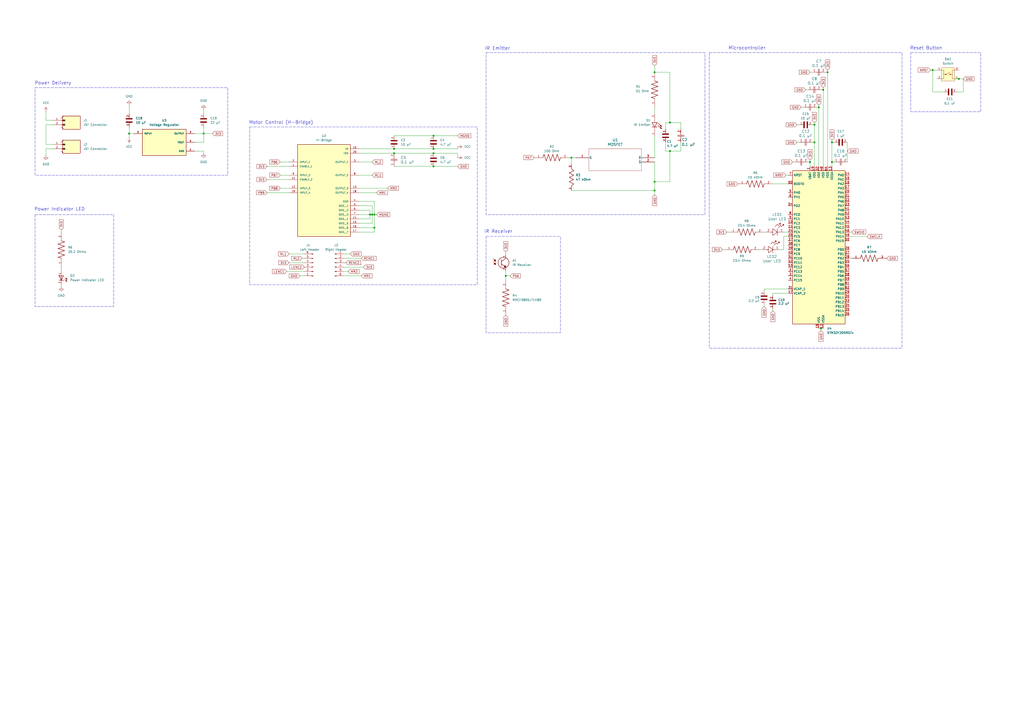
<source format=kicad_sch>
(kicad_sch (version 20250114) (generator "eeschema") (generator_version "9.0")
  (paper "A2")
  (rectangle (start 281.94 30.48) (end 408.94 124.46) (stroke (width 0) (type dash)))
  (rectangle (start 281.94 137.16) (end 325.12 193.04) (stroke (width 0) (type dash)))
  (rectangle (start 528.32 30.48) (end 568.96 64.77) (stroke (width 0) (type dash)))
  (rectangle (start 144.78 73.66) (end 276.86 165.1) (stroke (width 0) (type dash)))
  (rectangle (start 20.32 124.46) (end 66.04 177.8) (stroke (width 0) (type dash)))
  (rectangle (start 411.48 30.48) (end 523.24 201.93) (stroke (width 0) (type dash)))
  (rectangle (start 20.32 50.8) (end 132.08 101.6) (stroke (width 0) (type dash)))
  (text "Reset Button\n" (at 537.21 27.94 0) (effects (font (size 1.905 1.905))))
  (text "Microcontroller\n" (at 433.324 27.94 0) (effects (font (size 1.905 1.905))))
  (text "Motor Control (H-Bridge)" (at 163.068 71.12 0) (effects (font (size 1.905 1.905))))
  (text "IR Emitter" (at 288.544 28.194 0) (effects (font (size 1.905 1.905))))
  (text "Power Indicator LED" (at 34.544 121.412 0) (effects (font (size 1.905 1.905))))
  (text "IR Receiver\n" (at 289.052 134.366 0) (effects (font (size 1.905 1.905))))
  (text "Power Delivery" (at 30.734 48.26 0) (effects (font (size 1.905 1.905))))
  (junction (at 331.47 91.44))
  (junction (at 482.6 82.55))
  (junction (at 293.37 160.02))
  (junction (at 469.9 93.98))
  (junction (at 472.44 72.39))
  (junction (at 228.6 88.9))
  (junction (at 476.25 190.5))
  (junction (at 228.6 86.36))
  (junction (at 74.93 77.47))
  (junction (at 251.46 96.52))
  (junction (at 251.46 78.74))
  (junction (at 251.46 86.36))
  (junction (at 251.46 88.9))
  (junction (at 379.73 41.91))
  (junction (at 477.52 52.07))
  (junction (at 482.6 93.98))
  (junction (at 118.11 77.47))
  (junction (at 215.9 124.46))
  (junction (at 474.98 62.23))
  (junction (at 217.17 124.46))
  (junction (at 556.26 45.72))
  (junction (at 472.44 82.55))
  (junction (at 217.17 132.08))
  (junction (at 388.62 87.63))
  (junction (at 388.62 71.12))
  (junction (at 480.06 41.91))
  (junction (at 214.63 124.46))
  (junction (at 541.02 40.64))
  (junction (at 379.73 105.41))
  (junction (at 379.73 110.49))
  (wire (pts (xy 208.28 93.98) (xy 215.9 93.98)))
  (wire (pts (xy 471.17 72.39) (xy 472.44 72.39)))
  (wire (pts (xy 558.8 53.34) (xy 558.8 45.72)))
  (wire (pts (xy 208.28 132.08) (xy 217.17 132.08)))
  (wire (pts (xy 293.37 146.05) (xy 293.37 147.32)))
  (wire (pts (xy 379.73 113.03) (xy 379.73 110.49)))
  (wire (pts (xy 388.62 41.91) (xy 388.62 71.12)))
  (wire (pts (xy 217.17 132.08) (xy 217.17 134.62)))
  (wire (pts (xy 419.1 144.78) (xy 420.37 144.78)))
  (wire (pts (xy 208.28 88.9) (xy 228.6 88.9)))
  (wire (pts (xy 476.25 190.5) (xy 476.25 191.77)))
  (wire (pts (xy 491.49 82.55) (xy 491.49 93.98)))
  (wire (pts (xy 293.37 160.02) (xy 295.91 160.02)))
  (wire (pts (xy 492.76 134.62) (xy 494.03 134.62)))
  (wire (pts (xy 455.93 101.6) (xy 457.2 101.6)))
  (wire (pts (xy 472.44 71.12) (xy 472.44 72.39)))
  (wire (pts (xy 199.39 160.02) (xy 209.55 160.02)))
  (wire (pts (xy 208.28 86.36) (xy 228.6 86.36)))
  (wire (pts (xy 228.6 78.74) (xy 251.46 78.74)))
  (wire (pts (xy 474.98 60.96) (xy 474.98 62.23)))
  (wire (pts (xy 154.94 96.52) (xy 167.64 96.52)))
  (wire (pts (xy 379.73 38.1) (xy 379.73 41.91)))
  (wire (pts (xy 480.06 41.91) (xy 480.06 96.52)))
  (wire (pts (xy 388.62 71.12) (xy 394.97 71.12)))
  (wire (pts (xy 251.46 88.9) (xy 265.43 88.9)))
  (wire (pts (xy 331.47 110.49) (xy 379.73 110.49)))
  (wire (pts (xy 208.28 124.46) (xy 214.63 124.46)))
  (wire (pts (xy 26.67 86.36) (xy 26.67 90.17)))
  (wire (pts (xy 35.56 165.1) (xy 35.56 166.37)))
  (wire (pts (xy 199.39 149.86) (xy 209.55 149.86)))
  (wire (pts (xy 265.43 86.36) (xy 265.43 85.09)))
  (wire (pts (xy 217.17 116.84) (xy 217.17 124.46)))
  (wire (pts (xy 214.63 127) (xy 214.63 124.46)))
  (wire (pts (xy 492.76 149.86) (xy 494.03 149.86)))
  (wire (pts (xy 482.6 82.55) (xy 483.87 82.55)))
  (wire (pts (xy 440.69 144.78) (xy 441.96 144.78)))
  (wire (pts (xy 448.31 179.07) (xy 448.31 180.34)))
  (wire (pts (xy 471.17 82.55) (xy 472.44 82.55)))
  (wire (pts (xy 30.48 72.39) (xy 26.67 72.39)))
  (wire (pts (xy 30.48 86.36) (xy 26.67 86.36)))
  (wire (pts (xy 215.9 129.54) (xy 215.9 124.46)))
  (wire (pts (xy 386.08 87.63) (xy 388.62 87.63)))
  (wire (pts (xy 199.39 147.32) (xy 203.2 147.32)))
  (wire (pts (xy 469.9 93.98) (xy 469.9 96.52)))
  (wire (pts (xy 478.79 41.91) (xy 480.06 41.91)))
  (wire (pts (xy 556.26 45.72) (xy 558.8 45.72)))
  (wire (pts (xy 469.9 92.71) (xy 469.9 93.98)))
  (wire (pts (xy 215.9 119.38) (xy 215.9 124.46)))
  (wire (pts (xy 474.98 62.23) (xy 474.98 96.52)))
  (wire (pts (xy 452.12 144.78) (xy 454.66 144.78)))
  (wire (pts (xy 492.76 137.16) (xy 502.92 137.16)))
  (wire (pts (xy 462.28 82.55) (xy 463.55 82.55)))
  (wire (pts (xy 118.11 87.63) (xy 118.11 88.9)))
  (wire (pts (xy 480.06 40.64) (xy 480.06 41.91)))
  (wire (pts (xy 35.56 133.35) (xy 35.56 134.62)))
  (wire (pts (xy 541.02 53.34) (xy 547.37 53.34)))
  (wire (pts (xy 443.23 176.53) (xy 443.23 177.8)))
  (wire (pts (xy 26.67 83.82) (xy 30.48 83.82)))
  (wire (pts (xy 482.6 82.55) (xy 482.6 93.98)))
  (wire (pts (xy 214.63 124.46) (xy 215.9 124.46)))
  (wire (pts (xy 215.9 124.46) (xy 217.17 124.46)))
  (wire (pts (xy 228.6 86.36) (xy 251.46 86.36)))
  (wire (pts (xy 443.23 167.64) (xy 443.23 168.91)))
  (wire (pts (xy 118.11 82.55) (xy 113.03 82.55)))
  (wire (pts (xy 553.72 45.72) (xy 556.26 45.72)))
  (wire (pts (xy 173.99 160.02) (xy 176.53 160.02)))
  (wire (pts (xy 473.71 62.23) (xy 474.98 62.23)))
  (wire (pts (xy 208.28 109.22) (xy 224.79 109.22)))
  (wire (pts (xy 469.9 41.91) (xy 471.17 41.91)))
  (wire (pts (xy 454.66 137.16) (xy 457.2 137.16)))
  (wire (pts (xy 421.64 134.62) (xy 422.91 134.62)))
  (wire (pts (xy 154.94 111.76) (xy 167.64 111.76)))
  (wire (pts (xy 472.44 82.55) (xy 472.44 96.52)))
  (wire (pts (xy 162.56 101.6) (xy 167.64 101.6)))
  (wire (pts (xy 118.11 77.47) (xy 118.11 82.55)))
  (wire (pts (xy 457.2 167.64) (xy 443.23 167.64)))
  (wire (pts (xy 26.67 72.39) (xy 26.67 83.82)))
  (wire (pts (xy 26.67 69.85) (xy 30.48 69.85)))
  (wire (pts (xy 464.82 62.23) (xy 466.09 62.23)))
  (wire (pts (xy 379.73 93.98) (xy 379.73 105.41)))
  (wire (pts (xy 113.03 87.63) (xy 118.11 87.63)))
  (wire (pts (xy 379.73 62.23) (xy 379.73 66.04)))
  (wire (pts (xy 208.28 129.54) (xy 215.9 129.54)))
  (wire (pts (xy 35.56 154.94) (xy 35.56 157.48)))
  (wire (pts (xy 482.6 93.98) (xy 483.87 93.98)))
  (wire (pts (xy 476.25 52.07) (xy 477.52 52.07)))
  (wire (pts (xy 251.46 86.36) (xy 251.46 85.09)))
  (wire (pts (xy 167.64 152.4) (xy 176.53 152.4)))
  (wire (pts (xy 554.99 53.34) (xy 558.8 53.34)))
  (wire (pts (xy 459.74 93.98) (xy 461.01 93.98)))
  (wire (pts (xy 388.62 87.63) (xy 388.62 105.41)))
  (wire (pts (xy 477.52 52.07) (xy 477.52 96.52)))
  (wire (pts (xy 386.08 71.12) (xy 388.62 71.12)))
  (wire (pts (xy 457.2 170.18) (xy 448.31 170.18)))
  (wire (pts (xy 386.08 74.93) (xy 386.08 71.12)))
  (wire (pts (xy 123.19 77.47) (xy 118.11 77.47)))
  (wire (pts (xy 265.43 88.9) (xy 265.43 91.44)))
  (wire (pts (xy 476.25 190.5) (xy 477.52 190.5)))
  (wire (pts (xy 208.28 127) (xy 214.63 127)))
  (wire (pts (xy 113.03 77.47) (xy 118.11 77.47)))
  (wire (pts (xy 74.93 77.47) (xy 74.93 80.01)))
  (wire (pts (xy 541.02 40.64) (xy 541.02 53.34)))
  (wire (pts (xy 468.63 93.98) (xy 469.9 93.98)))
  (wire (pts (xy 448.31 106.68) (xy 457.2 106.68)))
  (wire (pts (xy 199.39 154.94) (xy 210.82 154.94)))
  (wire (pts (xy 118.11 77.47) (xy 118.11 73.66)))
  (wire (pts (xy 293.37 157.48) (xy 293.37 160.02)))
  (wire (pts (xy 379.73 110.49) (xy 379.73 105.41)))
  (wire (pts (xy 539.75 40.64) (xy 541.02 40.64)))
  (wire (pts (xy 331.47 91.44) (xy 331.47 95.25)))
  (wire (pts (xy 482.6 93.98) (xy 482.6 96.52)))
  (wire (pts (xy 443.23 134.62) (xy 444.5 134.62)))
  (wire (pts (xy 482.6 81.28) (xy 482.6 82.55)))
  (wire (pts (xy 331.47 91.44) (xy 334.01 91.44)))
  (wire (pts (xy 217.17 124.46) (xy 218.44 124.46)))
  (wire (pts (xy 228.6 88.9) (xy 251.46 88.9)))
  (wire (pts (xy 118.11 63.5) (xy 118.11 66.04)))
  (wire (pts (xy 330.2 91.44) (xy 331.47 91.44)))
  (wire (pts (xy 251.46 86.36) (xy 265.43 86.36)))
  (wire (pts (xy 293.37 160.02) (xy 293.37 162.56)))
  (wire (pts (xy 388.62 105.41) (xy 379.73 105.41)))
  (wire (pts (xy 251.46 78.74) (xy 265.43 78.74)))
  (wire (pts (xy 454.66 144.78) (xy 454.66 137.16)))
  (wire (pts (xy 454.66 134.62) (xy 457.2 134.62)))
  (wire (pts (xy 541.02 40.64) (xy 543.56 40.64)))
  (wire (pts (xy 199.39 157.48) (xy 201.93 157.48)))
  (wire (pts (xy 154.94 104.14) (xy 167.64 104.14)))
  (wire (pts (xy 166.37 157.48) (xy 176.53 157.48)))
  (wire (pts (xy 379.73 78.74) (xy 379.73 91.44)))
  (wire (pts (xy 167.64 147.32) (xy 176.53 147.32)))
  (wire (pts (xy 477.52 50.8) (xy 477.52 52.07)))
  (wire (pts (xy 162.56 93.98) (xy 167.64 93.98)))
  (wire (pts (xy 26.67 64.77) (xy 26.67 69.85)))
  (wire (pts (xy 74.93 60.96) (xy 74.93 66.04)))
  (wire (pts (xy 77.47 77.47) (xy 74.93 77.47)))
  (wire (pts (xy 251.46 96.52) (xy 265.43 96.52)))
  (wire (pts (xy 217.17 124.46) (xy 217.17 132.08)))
  (wire (pts (xy 208.28 111.76) (xy 218.44 111.76)))
  (wire (pts (xy 175.26 149.86) (xy 176.53 149.86)))
  (wire (pts (xy 228.6 96.52) (xy 251.46 96.52)))
  (wire (pts (xy 208.28 121.92) (xy 214.63 121.92)))
  (wire (pts (xy 467.36 52.07) (xy 468.63 52.07)))
  (wire (pts (xy 214.63 121.92) (xy 214.63 124.46)))
  (wire (pts (xy 208.28 101.6) (xy 215.9 101.6)))
  (wire (pts (xy 74.93 73.66) (xy 74.93 77.47)))
  (wire (pts (xy 472.44 72.39) (xy 472.44 82.55)))
  (wire (pts (xy 208.28 119.38) (xy 215.9 119.38)))
  (wire (pts (xy 208.28 116.84) (xy 217.17 116.84)))
  (wire (pts (xy 162.56 109.22) (xy 167.64 109.22)))
  (wire (pts (xy 199.39 152.4) (xy 200.66 152.4)))
  (wire (pts (xy 386.08 82.55) (xy 386.08 87.63)))
  (wire (pts (xy 394.97 71.12) (xy 394.97 74.93)))
  (wire (pts (xy 388.62 87.63) (xy 394.97 87.63)))
  (wire (pts (xy 394.97 87.63) (xy 394.97 82.55)))
  (wire (pts (xy 208.28 134.62) (xy 217.17 134.62)))
  (wire (pts (xy 474.98 190.5) (xy 476.25 190.5)))
  (wire (pts (xy 462.28 72.39) (xy 463.55 72.39)))
  (wire (pts (xy 448.31 170.18) (xy 448.31 171.45)))
  (wire (pts (xy 379.73 41.91) (xy 388.62 41.91)))
  (global_label "3V3" (shape input) (at 154.94 104.14 180) (property "Intersheetrefs" "${INTERSHEET_REFS}" (effects (hide yes))))
  (global_label "PB9" (shape input) (at 154.94 111.76 180) (property "Intersheetrefs" "${INTERSHEET_REFS}" (effects (hide yes))))
  (global_label "LENC2" (shape input) (at 176.53 154.94 180) (property "Intersheetrefs" "${INTERSHEET_REFS}" (effects (hide yes))))
  (global_label "PA7" (shape input) (at 309.88 91.44 180) (property "Intersheetrefs" "${INTERSHEET_REFS}" (effects (hide yes))))
  (global_label "3V3" (shape input) (at 293.37 146.05 90) (property "Intersheetrefs" "${INTERSHEET_REFS}" (effects (hide yes))))
  (global_label "PB7" (shape input) (at 162.56 101.6 180) (property "Intersheetrefs" "${INTERSHEET_REFS}" (effects (hide yes))))
  (global_label "PA6" (shape input) (at 295.91 160.02 0) (property "Intersheetrefs" "${INTERSHEET_REFS}" (effects (hide yes))))
  (global_label "GND" (shape input) (at 293.37 182.88 270) (property "Intersheetrefs" "${INTERSHEET_REFS}" (effects (hide yes))))
  (global_label "GND" (shape input) (at 514.35 149.86 0) (property "Intersheetrefs" "${INTERSHEET_REFS}" (effects (hide yes))))
  (global_label "MGND" (shape input) (at 218.44 124.46 0) (property "Intersheetrefs" "${INTERSHEET_REFS}" (effects (hide yes))))
  (global_label "MGND" (shape input) (at 265.43 78.74 0) (property "Intersheetrefs" "${INTERSHEET_REFS}" (effects (hide yes))))
  (global_label "RENC2" (shape input) (at 200.66 152.4 0) (property "Intersheetrefs" "${INTERSHEET_REFS}" (effects (hide yes))))
  (global_label "GND" (shape input) (at 459.74 93.98 180) (property "Intersheetrefs" "${INTERSHEET_REFS}" (effects (hide yes))))
  (global_label "GND" (shape input) (at 464.82 62.23 180) (property "Intersheetrefs" "${INTERSHEET_REFS}" (effects (hide yes))))
  (global_label "3V3" (shape input) (at 469.9 92.71 90) (property "Intersheetrefs" "${INTERSHEET_REFS}" (effects (hide yes))))
  (global_label "GND" (shape input) (at 467.36 52.07 180) (property "Intersheetrefs" "${INTERSHEET_REFS}" (effects (hide yes))))
  (global_label "GND" (shape input) (at 443.23 177.8 270) (property "Intersheetrefs" "${INTERSHEET_REFS}" (effects (hide yes))))
  (global_label "GND" (shape input) (at 173.99 160.02 180) (property "Intersheetrefs" "${INTERSHEET_REFS}" (effects (hide yes))))
  (global_label "3V3" (shape input) (at 474.98 60.96 90) (property "Intersheetrefs" "${INTERSHEET_REFS}" (effects (hide yes))))
  (global_label "ML1" (shape input) (at 167.64 147.32 180) (property "Intersheetrefs" "${INTERSHEET_REFS}" (effects (hide yes))))
  (global_label "SWDIO" (shape input) (at 494.03 134.62 0) (property "Intersheetrefs" "${INTERSHEET_REFS}" (effects (hide yes))))
  (global_label "GND" (shape input) (at 469.9 41.91 180) (property "Intersheetrefs" "${INTERSHEET_REFS}" (effects (hide yes))))
  (global_label "NRST" (shape input) (at 539.75 40.64 180) (property "Intersheetrefs" "${INTERSHEET_REFS}" (effects (hide yes))))
  (global_label "ML2" (shape input) (at 215.9 93.98 0) (property "Intersheetrefs" "${INTERSHEET_REFS}" (effects (hide yes))))
  (global_label "3V3" (shape input) (at 167.64 152.4 180) (property "Intersheetrefs" "${INTERSHEET_REFS}" (effects (hide yes))))
  (global_label "LENC1" (shape input) (at 166.37 157.48 180) (property "Intersheetrefs" "${INTERSHEET_REFS}" (effects (hide yes))))
  (global_label "3V3" (shape input) (at 123.19 77.47 0) (property "Intersheetrefs" "${INTERSHEET_REFS}" (effects (hide yes))))
  (global_label "MR1" (shape input) (at 209.55 160.02 0) (property "Intersheetrefs" "${INTERSHEET_REFS}" (effects (hide yes))))
  (global_label "RENC1" (shape input) (at 209.55 149.86 0) (property "Intersheetrefs" "${INTERSHEET_REFS}" (effects (hide yes))))
  (global_label "3V3" (shape input) (at 477.52 50.8 90) (property "Intersheetrefs" "${INTERSHEET_REFS}" (effects (hide yes))))
  (global_label "3V3" (shape input) (at 480.06 40.64 90) (property "Intersheetrefs" "${INTERSHEET_REFS}" (effects (hide yes))))
  (global_label "3V3" (shape input) (at 35.56 133.35 90) (property "Intersheetrefs" "${INTERSHEET_REFS}" (effects (hide yes))))
  (global_label "GND" (shape input) (at 491.49 87.63 0) (property "Intersheetrefs" "${INTERSHEET_REFS}" (effects (hide yes))))
  (global_label "SWCLK" (shape input) (at 502.92 137.16 0) (property "Intersheetrefs" "${INTERSHEET_REFS}" (effects (hide yes))))
  (global_label "3V3" (shape input) (at 482.6 81.28 90) (property "Intersheetrefs" "${INTERSHEET_REFS}" (effects (hide yes))))
  (global_label "ML1" (shape input) (at 215.9 101.6 0) (property "Intersheetrefs" "${INTERSHEET_REFS}" (effects (hide yes))))
  (global_label "GND" (shape input) (at 462.28 82.55 180) (property "Intersheetrefs" "${INTERSHEET_REFS}" (effects (hide yes))))
  (global_label "GND" (shape input) (at 265.43 96.52 0) (property "Intersheetrefs" "${INTERSHEET_REFS}" (effects (hide yes))))
  (global_label "GND" (shape input) (at 462.28 72.39 180) (property "Intersheetrefs" "${INTERSHEET_REFS}" (effects (hide yes))))
  (global_label "PB8" (shape input) (at 162.56 109.22 180) (property "Intersheetrefs" "${INTERSHEET_REFS}" (effects (hide yes))))
  (global_label "GND" (shape input) (at 448.31 180.34 270) (property "Intersheetrefs" "${INTERSHEET_REFS}" (effects (hide yes))))
  (global_label "MR2" (shape input) (at 201.93 157.48 0) (property "Intersheetrefs" "${INTERSHEET_REFS}" (effects (hide yes))))
  (global_label "3V3" (shape input) (at 154.94 96.52 180) (property "Intersheetrefs" "${INTERSHEET_REFS}" (effects (hide yes))))
  (global_label "GND" (shape input) (at 476.25 191.77 270) (property "Intersheetrefs" "${INTERSHEET_REFS}" (effects (hide yes))))
  (global_label "3V3" (shape input) (at 421.64 134.62 180) (property "Intersheetrefs" "${INTERSHEET_REFS}" (effects (hide yes))))
  (global_label "GND" (shape input) (at 427.99 106.68 180) (property "Intersheetrefs" "${INTERSHEET_REFS}" (effects (hide yes))))
  (global_label "3V3" (shape input) (at 210.82 154.94 0) (property "Intersheetrefs" "${INTERSHEET_REFS}" (effects (hide yes))))
  (global_label "GND" (shape input) (at 558.8 45.72 0) (property "Intersheetrefs" "${INTERSHEET_REFS}" (effects (hide yes))))
  (global_label "3V3" (shape input) (at 379.73 38.1 90) (property "Intersheetrefs" "${INTERSHEET_REFS}" (effects (hide yes))))
  (global_label "GND" (shape input) (at 379.73 113.03 270) (property "Intersheetrefs" "${INTERSHEET_REFS}" (effects (hide yes))))
  (global_label "MR1" (shape input) (at 218.44 111.76 0) (property "Intersheetrefs" "${INTERSHEET_REFS}" (effects (hide yes))))
  (global_label "NRST" (shape input) (at 455.93 101.6 180) (property "Intersheetrefs" "${INTERSHEET_REFS}" (effects (hide yes))))
  (global_label "GND" (shape input) (at 203.2 147.32 0) (property "Intersheetrefs" "${INTERSHEET_REFS}" (effects (hide yes))))
  (global_label "ML2" (shape input) (at 175.26 149.86 180) (property "Intersheetrefs" "${INTERSHEET_REFS}" (effects (hide yes))))
  (global_label "3V3" (shape input) (at 472.44 71.12 90) (property "Intersheetrefs" "${INTERSHEET_REFS}" (effects (hide yes))))
  (global_label "3V3" (shape input) (at 419.1 144.78 180) (property "Intersheetrefs" "${INTERSHEET_REFS}" (effects (hide yes))))
  (global_label "MR2" (shape input) (at 224.79 109.22 0) (property "Intersheetrefs" "${INTERSHEET_REFS}" (effects (hide yes))))
  (global_label "PB6" (shape input) (at 162.56 93.98 180) (property "Intersheetrefs" "${INTERSHEET_REFS}" (effects (hide yes))))
  (symbol (lib_id "power:VCC") (at 265.43 91.44 270) (unit 1)
    (property "Reference" "#PWR08" (effects (hide yes)))
    (property "Value" "VCC" (at 269.24 91.4399 90) (effects (justify left)))
    (property "Description" "Power symbol creates a global label with name \"VCC\"" (effects (hide yes)))
  )
  (symbol (lib_id "0.1µFCapacitor_2025-12-15_19-47-12:0402B104K160CT") (at 394.97 82.55 90) (unit 1)
    (property "Reference" "C2" (at 398.78 81.026 90) (effects (font (size 1.524 1.524)) (justify left)))
    (property "Value" "0.1 µF" (at 403.352 83.82 90) (effects (font (size 1.524 1.524)) (justify left)))
    (property "Footprint" "0.1µFCapacitor_footprints:CAP_0402_N_WAL-L" (effects (hide yes)))
    (property "Datasheet" "0402B104K160CT" (effects (hide yes)))
  )
  (symbol (lib_id "10kOhmResistor_RMCF0805FT10K0:RMCF0805FT10K0") (at 438.15 106.68 0) (unit 1)
    (property "Reference" "R5" (at 438.15 100.33 0))
    (property "Value" "10 kOhm" (at 438.15 102.87 0))
    (property "Footprint" "RMCF0805FT10K0:RESC2012X65N" (effects (hide yes)))
  )
  (symbol (lib_id "power:GND") (at 35.56 166.37 0) (unit 1)
    (property "Reference" "#PWR09" (effects (hide yes)))
    (property "Value" "GND" (at 35.56 171.45 0))
    (property "Description" "Power symbol creates a global label with name \"GND\" , ground" (effects (hide yes)))
  )
  (symbol (lib_id "power:GND") (at 118.11 88.9 0) (unit 1)
    (property "Reference" "#PWR01" (effects (hide yes)))
    (property "Value" "GND" (at 118.11 93.98 0))
    (property "Description" "Power symbol creates a global label with name \"GND\" , ground" (effects (hide yes)))
  )
  (symbol (lib_id "Connector:Conn_01x06_Pin") (at 181.61 154.94 180) (unit 1)
    (property "Reference" "J4" (at 177.546 142.24 0) (effects (justify right)))
    (property "Value" "Left Header" (at 173.99 144.78 0) (effects (justify right)))
    (property "Footprint" "Connector_PinHeader_1.27mm:PinHeader_1x06_P1.27mm_Vertical_SMD_Pin1Left" (effects (hide yes)))
    (property "Description" "Generic connector, single row, 01x06, script generated" (effects (hide yes)))
  )
  (symbol (lib_id "4.7µFCapacitor_CL10A475KP8NNNC:CL10A475KP8NNNC") (at 251.46 91.44 270) (unit 1)
    (property "Reference" "C6" (at 255.27 91.4399 90) (effects (justify left)))
    (property "Value" "4.7 µF" (at 255.27 93.9799 90) (effects (justify left)))
    (property "Footprint" "CL10A475KP8NNNC:CAPC1608X90N" (effects (hide yes)))
    (property "E_max" "0.9" (effects (hide yes)))
    (property "L_max" "0.5" (effects (hide yes)))
    (property "A_max" "0.9" (effects (hide yes)))
    (property "L1_nom" "0.3" (effects (hide yes)))
    (property "D_max" "1.7" (effects (hide yes)))
    (property "A_nom" "0.9" (effects (hide yes)))
    (property "L1_max" "0.5" (effects (hide yes)))
    (property "L1_min" "0.1" (effects (hide yes)))
    (property "A_min" "0.9" (effects (hide yes)))
    (property "E_min" "0.7" (effects (hide yes)))
    (property "D_min" "1.5" (effects (hide yes)))
    (property "D_nom" "1.6" (effects (hide yes)))
    (property "E_nom" "0.8" (effects (hide yes)))
    (property "STANDARD" "IPC 7351B" (effects (hide yes)))
    (property "L_min" "0.1" (effects (hide yes)))
    (property "L_nom" "0.3" (effects (hide yes)))
    (property "MANUFACTURER" "Samsung Electro-Mechanics" (effects (hide yes)))
  )
  (symbol (lib_id "23.4ohmResistor_RN73R1JTTD23R4B25:RN73R1JTTD23R4B25") (at 430.53 144.78 0) (unit 1)
    (property "Reference" "R9" (at 430.276 148.59 0))
    (property "Value" "23.4 Ohms" (at 430.276 151.13 0))
    (property "Footprint" "RN73R1JTTD23R4B25:RESC1608X55N" (effects (hide yes)))
  )
  (symbol (lib_id "4.7µFCapacitor_CL10A475KP8NNNC:CL10A475KP8NNNC") (at 251.46 81.28 270) (unit 1)
    (property "Reference" "C4" (at 255.27 81.2799 90) (effects (justify left)))
    (property "Value" "4.7 µF" (at 255.27 83.8199 90) (effects (justify left)))
    (property "Footprint" "CL10A475KP8NNNC:CAPC1608X90N" (effects (hide yes)))
    (property "E_max" "0.9" (effects (hide yes)))
    (property "L_max" "0.5" (effects (hide yes)))
    (property "A_max" "0.9" (effects (hide yes)))
    (property "L1_nom" "0.3" (effects (hide yes)))
    (property "D_max" "1.7" (effects (hide yes)))
    (property "A_nom" "0.9" (effects (hide yes)))
    (property "L1_max" "0.5" (effects (hide yes)))
    (property "L1_min" "0.1" (effects (hide yes)))
    (property "A_min" "0.9" (effects (hide yes)))
    (property "E_min" "0.7" (effects (hide yes)))
    (property "D_min" "1.5" (effects (hide yes)))
    (property "D_nom" "1.6" (effects (hide yes)))
    (property "E_nom" "0.8" (effects (hide yes)))
    (property "STANDARD" "IPC 7351B" (effects (hide yes)))
    (property "L_min" "0.1" (effects (hide yes)))
    (property "L_nom" "0.3" (effects (hide yes)))
    (property "MANUFACTURER" "Samsung Electro-Mechanics" (effects (hide yes)))
  )
  (symbol (lib_id "35.2ohmResistor_RN73R1JTTD35R2B25:RN73R1JTTD35R2B25") (at 35.56 144.78 90) (unit 1)
    (property "Reference" "R6" (at 39.37 143.5099 90) (effects (justify right)))
    (property "Value" "35.2 Ohms" (at 39.37 146.0499 90) (effects (justify right)))
    (property "Footprint" "RN73R1JTTD35R2B25:RESC1608X55N" (effects (hide yes)))
  )
  (symbol (lib_id "0.1µFCapacitor_2025-12-15_19-47-12:0402B104K160CT") (at 228.6 96.52 90) (unit 1)
    (property "Reference" "C5" (at 232.41 91.4399 90) (effects (font (size 1.524 1.524)) (justify right)))
    (property "Value" "0.1 µF" (at 232.41 93.9799 90) (effects (font (size 1.524 1.524)) (justify right)))
    (property "Footprint" "0.1µFCapacitor_footprints:CAP_0402_N_WAL-L" (effects (hide yes)))
    (property "Datasheet" "0402B104K160CT" (effects (hide yes)))
  )
  (symbol (lib_id "10µFCapacitor_CL21B106KOQNNNE:CL21B106KOQNNNE") (at 228.6 83.82 90) (unit 1)
    (property "Reference" "C3" (at 232.41 81.2799 90) (effects (justify right)))
    (property "Value" "10 µF" (at 232.41 83.8199 90) (effects (justify right)))
    (property "Footprint" "CL21B106KOQNNNE:CAPC2012X140N" (effects (hide yes)))
    (property "E_max" "1.4" (effects (hide yes)))
    (property "L_max" "0.7" (effects (hide yes)))
    (property "A_max" "1.4" (effects (hide yes)))
    (property "L1_nom" "0.5" (effects (hide yes)))
    (property "D_max" "2.15" (effects (hide yes)))
    (property "A_nom" "1.4" (effects (hide yes)))
    (property "L1_max" "0.7" (effects (hide yes)))
    (property "L1_min" "0.2" (effects (hide yes)))
    (property "A_min" "1.4" (effects (hide yes)))
    (property "E_min" "1.1" (effects (hide yes)))
    (property "D_min" "1.85" (effects (hide yes)))
    (property "D_nom" "2.0" (effects (hide yes)))
    (property "E_nom" "1.25" (effects (hide yes)))
    (property "STANDARD" "IPC 7351B" (effects (hide yes)))
    (property "L_min" "0.2" (effects (hide yes)))
    (property "L_nom" "0.5" (effects (hide yes)))
    (property "MANUFACTURER" "Samsung Electro-Mechanics" (effects (hide yes)))
  )
  (symbol (lib_id "Switch_4-1437565-2:4-1437565-2") (at 549.91 43.18 0) (unit 1)
    (property "Reference" "SW1" (at 549.91 34.29 0))
    (property "Value" "Switch" (at 549.91 36.83 0))
    (property "Footprint" "Switch_FSM4JSMATR_footprint:SW_4-1437565-2" (effects (hide yes)))
    (property "PARTREV" "V" (effects (hide yes)))
    (property "STANDARD" "Manufacturer Recommendations" (effects (hide yes)))
    (property "MANUFACTURER" "TE Connectivity ALCOSWITCH Switches" (effects (hide yes)))
  )
  (symbol (lib_id "2.2µFCapacitor_CL10B225KP8NNNC:CL10B225KP8NNNC") (at 443.23 173.99 90) (unit 1)
    (property "Reference" "C9" (at 437.896 172.466 90) (effects (justify right)))
    (property "Value" "2.2 µF" (at 434.086 174.498 90) (effects (justify right)))
    (property "Footprint" "CL10B225KP8NNNC:CAPC1608X90N" (effects (hide yes)))
    (property "E_max" "0.9" (effects (hide yes)))
    (property "L_max" "0.5" (effects (hide yes)))
    (property "A_max" "0.9" (effects (hide yes)))
    (property "L1_nom" "0.3" (effects (hide yes)))
    (property "D_max" "1.7" (effects (hide yes)))
    (property "A_nom" "0.9" (effects (hide yes)))
    (property "L1_max" "0.5" (effects (hide yes)))
    (property "L1_min" "0.1" (effects (hide yes)))
    (property "A_min" "0.9" (effects (hide yes)))
    (property "E_min" "0.7" (effects (hide yes)))
    (property "D_min" "1.5" (effects (hide yes)))
    (property "D_nom" "1.6" (effects (hide yes)))
    (property "E_nom" "0.8" (effects (hide yes)))
    (property "STANDARD" "IPC 7351B" (effects (hide yes)))
    (property "L_min" "0.1" (effects (hide yes)))
    (property "L_nom" "0.3" (effects (hide yes)))
    (property "MANUFACTURER" "Samsung" (effects (hide yes)))
  )
  (symbol (lib_id "power:VCC") (at 26.67 64.77 0) (unit 1)
    (property "Reference" "#PWR05" (effects (hide yes)))
    (property "Value" "VCC" (at 26.67 59.69 0))
    (property "Description" "Power symbol creates a global label with name \"VCC\"" (effects (hide yes)))
  )
  (symbol (lib_id "0.1µFCapacitor_2025-12-15_19-47-12:0402B104K160CT") (at 463.55 82.55 0) (unit 1)
    (property "Reference" "C12" (at 467.36 76.2 0) (effects (font (size 1.524 1.524))))
    (property "Value" "0.1 µF" (at 467.36 78.74 0) (effects (font (size 1.524 1.524))))
    (property "Footprint" "0.1µFCapacitor_footprints:CAP_0402_N_WAL-L" (effects (hide yes)))
    (property "Datasheet" "0402B104K160CT" (effects (hide yes)))
  )
  (symbol (lib_id "power:GND") (at 26.67 90.17 0) (unit 1)
    (property "Reference" "#PWR03" (effects (hide yes)))
    (property "Value" "GND" (at 26.67 95.25 0))
    (property "Description" "Power symbol creates a global label with name \"GND\" , ground" (effects (hide yes)))
  )
  (symbol (lib_id "VoltageRegulator_AZ1117IH-3.3TRG1:AZ1117IH-3.3TRG1") (at 95.25 82.55 0) (unit 1)
    (property "Reference" "U3" (at 95.25 69.85 0))
    (property "Value" "Voltage Regulator" (at 95.25 72.39 0))
    (property "Footprint" "AZ1117IH-3.3TRG1:SOT230P700X185-4N" (effects (hide yes)))
    (property "MF" "Diodes Inc." (effects (hide yes)))
    (property "SNAPEDA_PACKAGE_ID" "6532" (effects (hide yes)))
    (property "MAXIMUM_PACKAGE_HEIGHT" "1.85 mm" (effects (hide yes)))
    (property "Price" "None" (effects (hide yes)))
    (property "Package" "SOT-223 Diodes Inc." (effects (hide yes)))
    (property "Check_prices" "https://www.snapeda.com/parts/AZ1117IH-3.3TRG1/Diodes+Inc./view-part/?ref=eda" (effects (hide yes)))
    (property "STANDARD" "IPC 7351B" (effects (hide yes)))
    (property "PARTREV" "2-2" (effects (hide yes)))
    (property "SnapEDA_Link" "https://www.snapeda.com/parts/AZ1117IH-3.3TRG1/Diodes+Inc./view-part/?ref=snap" (effects (hide yes)))
    (property "MP" "AZ1117IH-3.3TRG1" (effects (hide yes)))
    (property "Description_1" "Linear Voltage Regulator IC Positive Fixed 1 Output  1A SOT-223-3" (effects (hide yes)))
    (property "MANUFACTURER" "Diodes Inc." (effects (hide yes)))
    (property "Availability" "In Stock" (effects (hide yes)))
    (property "SNAPEDA_PN" "AZ1117IH-3.3TRG1" (effects (hide yes)))
  )
  (symbol (lib_id "10kOhmResistor_RMCF0805FT10K0:RMCF0805FT10K0") (at 504.19 149.86 0) (unit 1)
    (property "Reference" "R7" (at 504.19 143.51 0))
    (property "Value" "10 kOhm" (at 504.19 146.05 0))
    (property "Footprint" "RMCF0805FT10K0:RESC2012X65N" (effects (hide yes)))
  )
  (symbol (lib_id "MOSFET_2026-01-14_23-16-18:2N7002-7-F") (at 334.01 91.44 0) (unit 1)
    (property "Reference" "U1" (at 356.87 81.28 0) (effects (font (size 1.524 1.524))))
    (property "Value" "MOSFET" (at 356.87 83.82 0) (effects (font (size 1.524 1.524))))
    (property "Footprint" "MOSFET_footprints:SOT-23_1_DIO" (effects (hide yes)))
    (property "Datasheet" "2N7002-7-F" (effects (hide yes)))
  )
  (symbol (lib_id "power:GND") (at 118.11 63.5 180) (unit 1)
    (property "Reference" "#PWR02" (effects (hide yes)))
    (property "Value" "GND" (at 118.11 58.42 0))
    (property "Description" "Power symbol creates a global label with name \"GND\" , ground" (effects (hide yes)))
  )
  (symbol (lib_id "0.1µFCapacitor_2025-12-15_19-47-12:0402B104K160CT") (at 468.63 52.07 0) (unit 1)
    (property "Reference" "C8" (at 472.44 45.72 0) (effects (font (size 1.524 1.524))))
    (property "Value" "0.1 µF" (at 472.44 48.26 0) (effects (font (size 1.524 1.524))))
    (property "Footprint" "0.1µFCapacitor_footprints:CAP_0402_N_WAL-L" (effects (hide yes)))
    (property "Datasheet" "0402B104K160CT" (effects (hide yes)))
  )
  (symbol (lib_id "47kOhmResistor_RC0603FR-0747KL:RC0603FR-0747KL") (at 331.47 102.87 90) (unit 1)
    (property "Reference" "R3" (at 334.01 101.5999 90) (effects (justify right)))
    (property "Value" "47 kOhm" (at 334.01 104.1399 90) (effects (justify right)))
    (property "Footprint" "RC0603FR_0747KL:RESC1608X55" (effects (hide yes)))
    (property "MANUFACTURER" "YAGEO" (effects (hide yes)))
  )
  (symbol (lib_id "51OhmResistor_RC0805FR-0751RL:RC0805FR-0751RL") (at 379.73 52.07 90) (unit 1)
    (property "Reference" "R1" (at 368.808 50.292 90) (effects (justify right)))
    (property "Value" "51 Ohm" (at 368.808 52.832 90) (effects (justify right)))
    (property "Footprint" "RC0805FR_0751RL:RESC2012X60N" (effects (hide yes)))
  )
  (symbol (lib_id "HBridge_L293DD:L293DD") (at 187.96 101.6 0) (unit 1)
    (property "Reference" "U2" (at 187.96 78.74 0))
    (property "Value" "H-Bridge" (at 187.96 81.28 0))
    (property "Footprint" "hbridge_L293DD:SOIC127P1032X265-20N" (effects (hide yes)))
    (property "PARTREV" "N/A" (effects (hide yes)))
    (property "STANDARD" "IPC-7351B" (effects (hide yes)))
    (property "MANUFACTURER" "STMicroelectronics" (effects (hide yes)))
  )
  (symbol (lib_id "MCU_ST_STM32F2:STM32F205RGTx") (at 474.98 144.78 0) (unit 1)
    (property "Reference" "U4" (at 479.7141 190.5 0) (effects (justify left)))
    (property "Value" "STM32F205RGTx" (at 479.7141 193.04 0) (effects (justify left)))
    (property "Footprint" "Package_QFP:LQFP-64_10x10mm_P0.5mm" (effects (hide yes)))
    (property "Datasheet" "https://www.st.com/resource/en/datasheet/stm32f205rg.pdf" (effects (hide yes)))
    (property "Description" "STMicroelectronics Arm Cortex-M3 MCU, 1024KB flash, 128KB RAM, 120 MHz, 1.8-3.6V, 51 GPIO, LQFP64" (effects (hide yes)))
  )
  (symbol (lib_id "1µFCapacitor_CL10B105KP8NNNC:CL10B105KP8NNNC") (at 486.41 82.55 0) (unit 1)
    (property "Reference" "C17" (at 487.68 76.2 0))
    (property "Value" "1 µF" (at 487.68 78.74 0))
    (property "Footprint" "CL10B105KP8NNNC:CAPC1608X90N" (effects (hide yes)))
    (property "E_max" "0.9" (effects (hide yes)))
    (property "L_max" "0.5" (effects (hide yes)))
    (property "A_max" "0.9" (effects (hide yes)))
    (property "L1_nom" "0.3" (effects (hide yes)))
    (property "D_max" "1.7" (effects (hide yes)))
    (property "A_nom" "0.9" (effects (hide yes)))
    (property "L1_max" "0.5" (effects (hide yes)))
    (property "L1_min" "0.1" (effects (hide yes)))
    (property "A_min" "0.9" (effects (hide yes)))
    (property "E_min" "0.7" (effects (hide yes)))
    (property "D_min" "1.5" (effects (hide yes)))
    (property "D_nom" "1.6" (effects (hide yes)))
    (property "E_nom" "0.8" (effects (hide yes)))
    (property "STANDARD" "IPC 7351B" (effects (hide yes)))
    (property "L_min" "0.1" (effects (hide yes)))
    (property "L_nom" "0.3" (effects (hide yes)))
    (property "MANUFACTURER" "Samsung Electro-Mechanics" (effects (hide yes)))
  )
  (symbol (lib_id "0.1µFCapacitor_2025-12-15_19-47-12:0402B104K160CT") (at 461.01 93.98 0) (unit 1)
    (property "Reference" "C13" (at 464.82 87.63 0) (effects (font (size 1.524 1.524))))
    (property "Value" "0.1 µF" (at 464.82 90.17 0) (effects (font (size 1.524 1.524))))
    (property "Footprint" "0.1µFCapacitor_footprints:CAP_0402_N_WAL-L" (effects (hide yes)))
    (property "Datasheet" "0402B104K160CT" (effects (hide yes)))
  )
  (symbol (lib_id "22µFCapacitor_CL21A226MPQNNNE:CL21A226MPQNNNE") (at 118.11 71.12 90) (unit 1)
    (property "Reference" "C19" (at 121.92 68.5799 90) (effects (justify right)))
    (property "Value" "22 µF" (at 121.92 71.1199 90) (effects (justify right)))
    (property "Footprint" "CL21A226MPQNNNE:CAPC2012X140N" (effects (hide yes)))
    (property "E_max" "1.4" (effects (hide yes)))
    (property "L_max" "0.7" (effects (hide yes)))
    (property "A_max" "1.4" (effects (hide yes)))
    (property "L1_nom" "0.5" (effects (hide yes)))
    (property "D_max" "2.15" (effects (hide yes)))
    (property "A_nom" "1.4" (effects (hide yes)))
    (property "L1_max" "0.7" (effects (hide yes)))
    (property "L1_min" "0.2" (effects (hide yes)))
    (property "A_min" "1.4" (effects (hide yes)))
    (property "E_min" "1.1" (effects (hide yes)))
    (property "D_min" "1.85" (effects (hide yes)))
    (property "D_nom" "2.0" (effects (hide yes)))
    (property "E_nom" "1.25" (effects (hide yes)))
    (property "STANDARD" "IPC 7351B" (effects (hide yes)))
    (property "L_min" "0.2" (effects (hide yes)))
    (property "L_nom" "0.5" (effects (hide yes)))
    (property "MANUFACTURER" "Samsung Electro-Mechanics" (effects (hide yes)))
  )
  (symbol (lib_id "10µFCapacitor_CL21B106KOQNNNE:CL21B106KOQNNNE") (at 74.93 71.12 90) (unit 1)
    (property "Reference" "C18" (at 78.74 68.5799 90) (effects (justify right)))
    (property "Value" "10 µF" (at 78.74 71.1199 90) (effects (justify right)))
    (property "Footprint" "CL21B106KOQNNNE:CAPC2012X140N" (effects (hide yes)))
    (property "E_max" "1.4" (effects (hide yes)))
    (property "L_max" "0.7" (effects (hide yes)))
    (property "A_max" "1.4" (effects (hide yes)))
    (property "L1_nom" "0.5" (effects (hide yes)))
    (property "D_max" "2.15" (effects (hide yes)))
    (property "A_nom" "1.4" (effects (hide yes)))
    (property "L1_max" "0.7" (effects (hide yes)))
    (property "L1_min" "0.2" (effects (hide yes)))
    (property "A_min" "1.4" (effects (hide yes)))
    (property "E_min" "1.1" (effects (hide yes)))
    (property "D_min" "1.85" (effects (hide yes)))
    (property "D_nom" "2.0" (effects (hide yes)))
    (property "E_nom" "1.25" (effects (hide yes)))
    (property "STANDARD" "IPC 7351B" (effects (hide yes)))
    (property "L_min" "0.2" (effects (hide yes)))
    (property "L_nom" "0.5" (effects (hide yes)))
    (property "MANUFACTURER" "Samsung Electro-Mechanics" (effects (hide yes)))
  )
  (symbol (lib_id "power:GND") (at 74.93 60.96 0) (mirror x) (unit 1)
    (property "Reference" "#PWR04" (effects (hide yes)))
    (property "Value" "GND" (at 74.93 55.88 0))
    (property "Description" "Power symbol creates a global label with name \"GND\" , ground" (effects (hide yes)))
  )
  (symbol (lib_id "23.4ohmResistor_RN73R1JTTD23R4B25:RN73R1JTTD23R4B25") (at 433.07 134.62 0) (unit 1)
    (property "Reference" "R8" (at 433.07 128.27 0))
    (property "Value" "23.4 Ohms" (at 433.07 130.81 0))
    (property "Footprint" "RN73R1JTTD23R4B25:RESC1608X55N" (effects (hide yes)))
  )
  (symbol (lib_id "power:VCC") (at 74.93 80.01 180) (unit 1)
    (property "Reference" "#PWR06" (effects (hide yes)))
    (property "Value" "VCC" (at 74.93 85.09 0))
    (property "Description" "Power symbol creates a global label with name \"VCC\"" (effects (hide yes)))
  )
  (symbol (lib_id "10µFCapacitor_CL21B106KOQNNNE:CL21B106KOQNNNE") (at 466.09 72.39 0) (unit 1)
    (property "Reference" "C15" (at 467.36 66.04 0))
    (property "Value" "10 µF" (at 467.36 68.58 0))
    (property "Footprint" "CL21B106KOQNNNE:CAPC2012X140N" (effects (hide yes)))
    (property "E_max" "1.4" (effects (hide yes)))
    (property "L_max" "0.7" (effects (hide yes)))
    (property "A_max" "1.4" (effects (hide yes)))
    (property "L1_nom" "0.5" (effects (hide yes)))
    (property "D_max" "2.15" (effects (hide yes)))
    (property "A_nom" "1.4" (effects (hide yes)))
    (property "L1_max" "0.7" (effects (hide yes)))
    (property "L1_min" "0.2" (effects (hide yes)))
    (property "A_min" "1.4" (effects (hide yes)))
    (property "E_min" "1.1" (effects (hide yes)))
    (property "D_min" "1.85" (effects (hide yes)))
    (property "D_nom" "2.0" (effects (hide yes)))
    (property "E_nom" "1.25" (effects (hide yes)))
    (property "STANDARD" "IPC 7351B" (effects (hide yes)))
    (property "L_min" "0.2" (effects (hide yes)))
    (property "L_nom" "0.5" (effects (hide yes)))
    (property "MANUFACTURER" "Samsung Electro-Mechanics" (effects (hide yes)))
  )
  (symbol (lib_id "10uF_Capacitor_GRM188R61C106MAALD:GRM188R61C106MAALD") (at 549.91 53.34 0) (unit 1)
    (property "Reference" "C11" (at 550.926 57.404 0))
    (property "Value" "0.1 uF" (at 550.926 59.944 0))
    (property "Footprint" "0.1µFCapacitor_footprints:CAP_0402_N_WAL-L" (effects (hide yes)))
  )
  (symbol (lib_id "4.7µFCapacitor_CL10A475KP8NNNC:CL10A475KP8NNNC") (at 386.08 77.47 270) (unit 1)
    (property "Reference" "C1" (at 386.842 82.042 90) (effects (justify left)))
    (property "Value" "4.7 µF" (at 386.842 84.582 90) (effects (justify left)))
    (property "Footprint" "CL10A475KP8NNNC:CAPC1608X90N" (effects (hide yes)))
    (property "E_max" "0.9" (effects (hide yes)))
    (property "L_max" "0.5" (effects (hide yes)))
    (property "A_max" "0.9" (effects (hide yes)))
    (property "L1_nom" "0.3" (effects (hide yes)))
    (property "D_max" "1.7" (effects (hide yes)))
    (property "A_nom" "0.9" (effects (hide yes)))
    (property "L1_max" "0.5" (effects (hide yes)))
    (property "L1_min" "0.1" (effects (hide yes)))
    (property "A_min" "0.9" (effects (hide yes)))
    (property "E_min" "0.7" (effects (hide yes)))
    (property "D_min" "1.5" (effects (hide yes)))
    (property "D_nom" "1.6" (effects (hide yes)))
    (property "E_nom" "0.8" (effects (hide yes)))
    (property "STANDARD" "IPC 7351B" (effects (hide yes)))
    (property "L_min" "0.1" (effects (hide yes)))
    (property "L_nom" "0.3" (effects (hide yes)))
    (property "MANUFACTURER" "Samsung Electro-Mechanics" (effects (hide yes)))
  )
  (symbol (lib_id "PowerIndicatorLED_WL-TMRC_5MM:WL-TMRC_5MM") (at 35.56 162.56 270) (unit 1)
    (property "Reference" "D2" (at 40.64 159.919 90) (effects (justify left)))
    (property "Value" "Power Indicator LED" (at 40.64 162.459 90) (effects (justify left)))
    (property "Footprint" "WL-TMRC_5MM:WL-TMRC_5MM" (effects (hide yes)))
  )
  (symbol (lib_id "100OhmResistor_CRCW0603100RFKEA:CRCW0603100RFKEA") (at 320.04 91.44 0) (unit 1)
    (property "Reference" "R2" (at 320.04 85.09 0))
    (property "Value" "100 Ohm" (at 320.04 87.63 0))
    (property "Footprint" "CRCW0603100RFKEA:RESC1508X50N" (effects (hide yes)))
  )
  (symbol (lib_id "0.1µFCapacitor_2025-12-15_19-47-12:0402B104K160CT") (at 483.87 93.98 0) (unit 1)
    (property "Reference" "C16" (at 487.68 87.63 0) (effects (font (size 1.524 1.524))))
    (property "Value" "0.1 µF" (at 487.68 90.17 0) (effects (font (size 1.524 1.524))))
    (property "Footprint" "0.1µFCapacitor_footprints:CAP_0402_N_WAL-L" (effects (hide yes)))
    (property "Datasheet" "0402B104K160CT" (effects (hide yes)))
  )
  (symbol (lib_id "Connector:Conn_01x06_Pin") (at 194.31 152.4 0) (unit 1)
    (property "Reference" "J3" (at 194.945 142.24 0))
    (property "Value" "Right Header" (at 194.945 144.78 0))
    (property "Footprint" "Connector_PinHeader_1.27mm:PinHeader_1x06_P1.27mm_Vertical_SMD_Pin1Right" (effects (hide yes)))
    (property "Description" "Generic connector, single row, 01x06, script generated" (effects (hide yes)))
  )
  (symbol (lib_id "JSTConnector_B2B-PH-K-S:B2B-PH-K-S") (at 40.64 72.39 0) (unit 1)
    (property "Reference" "J1" (at 48.26 69.8499 0) (effects (justify left)))
    (property "Value" "JST Connector" (at 48.26 72.3899 0) (effects (justify left)))
    (property "Footprint" "B2B_PH_K_S:JST_B2B-PH-K-S" (effects (hide yes)))
    (property "MANUFACTURER" "JST" (effects (hide yes)))
  )
  (symbol (lib_id "2.2µFCapacitor_CL10B225KP8NNNC:CL10B225KP8NNNC") (at 448.31 176.53 90) (unit 1)
    (property "Reference" "C10" (at 451.358 173.99 90) (effects (justify right)))
    (property "Value" "2.2 µF" (at 451.358 176.022 90) (effects (justify right)))
    (property "Footprint" "CL10B225KP8NNNC:CAPC1608X90N" (effects (hide yes)))
    (property "E_max" "0.9" (effects (hide yes)))
    (property "L_max" "0.5" (effects (hide yes)))
    (property "A_max" "0.9" (effects (hide yes)))
    (property "L1_nom" "0.3" (effects (hide yes)))
    (property "D_max" "1.7" (effects (hide yes)))
    (property "A_nom" "0.9" (effects (hide yes)))
    (property "L1_max" "0.5" (effects (hide yes)))
    (property "L1_min" "0.1" (effects (hide yes)))
    (property "A_min" "0.9" (effects (hide yes)))
    (property "E_min" "0.7" (effects (hide yes)))
    (property "D_min" "1.5" (effects (hide yes)))
    (property "D_nom" "1.6" (effects (hide yes)))
    (property "E_nom" "0.8" (effects (hide yes)))
    (property "STANDARD" "IPC 7351B" (effects (hide yes)))
    (property "L_min" "0.1" (effects (hide yes)))
    (property "L_nom" "0.3" (effects (hide yes)))
    (property "MANUFACTURER" "Samsung" (effects (hide yes)))
  )
  (symbol (lib_id "UserLED_2026-01-27_18-27-04:LTL-4231N") (at 441.96 144.78 0) (unit 1)
    (property "Reference" "LED2" (at 447.802 148.844 0) (effects (font (size 1.524 1.524))))
    (property "Value" "User LED" (at 447.802 151.384 0) (effects (font (size 1.524 1.524))))
    (property "Footprint" "LED_LTL-4231N_LTO" (effects (hide yes)))
    (property "Datasheet" "LTL-4231N" (effects (hide yes)))
  )
  (symbol (lib_id "JSTConnector_B2B-PH-K-S:B2B-PH-K-S") (at 40.64 86.36 0) (unit 1)
    (property "Reference" "J2" (at 48.26 83.8199 0) (effects (justify left)))
    (property "Value" "JST Connector" (at 48.26 86.3599 0) (effects (justify left)))
    (property "Footprint" "B2B_PH_K_S:JST_B2B-PH-K-S" (effects (hide yes)))
    (property "MANUFACTURER" "JST" (effects (hide yes)))
  )
  (symbol (lib_id "UserLED_2026-01-27_18-27-04:LTL-4231N") (at 444.5 134.62 0) (unit 1)
    (property "Reference" "LED1" (at 450.85 124.46 0) (effects (font (size 1.524 1.524))))
    (property "Value" "User LED" (at 450.85 127 0) (effects (font (size 1.524 1.524))))
    (property "Footprint" "LED_LTL-4231N_LTO" (effects (hide yes)))
    (property "Datasheet" "LTL-4231N" (effects (hide yes)))
  )
  (symbol (lib_id "0.1µFCapacitor_2025-12-15_19-47-12:0402B104K160CT") (at 466.09 62.23 0) (unit 1)
    (property "Reference" "C14" (at 469.9 55.88 0) (effects (font (size 1.524 1.524))))
    (property "Value" "0.1 µF" (at 469.9 58.42 0) (effects (font (size 1.524 1.524))))
    (property "Footprint" "0.1µFCapacitor_footprints:CAP_0402_N_WAL-L" (effects (hide yes)))
    (property "Datasheet" "0402B104K160CT" (effects (hide yes)))
  )
  (symbol (lib_id "Phototransistor_ALS-PT19-315C_L177_TR8:ALS-PT19-315C_L177_TR8") (at 290.83 152.4 0) (unit 1)
    (property "Reference" "A1" (at 297.18 151.1299 0) (effects (justify left)))
    (property "Value" "IR Receiver" (at 297.18 153.6699 0) (effects (justify left)))
    (property "Footprint" "ALS_PT19_315C_L177_TR8:XDCR_ALS-PT19-315C_L177_TR8" (effects (hide yes)))
    (property "PARTREV" "5" (effects (hide yes)))
    (property "STANDARD" "Manufacturer Recommendations" (effects (hide yes)))
    (property "MAXIMUM_PACKAGE_HEIGHT" "0.7 mm" (effects (hide yes)))
    (property "MANUFACTURER" "Everlight" (effects (hide yes)))
  )
  (symbol (lib_id "0.1µFCapacitor_2025-12-15_19-47-12:0402B104K160CT") (at 471.17 41.91 0) (unit 1)
    (property "Reference" "C7" (at 474.98 35.56 0) (effects (font (size 1.524 1.524))))
    (property "Value" "0.1 µF" (at 474.98 38.1 0) (effects (font (size 1.524 1.524))))
    (property "Footprint" "0.1µFCapacitor_footprints:CAP_0402_N_WAL-L" (effects (hide yes)))
    (property "Datasheet" "0402B104K160CT" (effects (hide yes)))
  )
  (symbol (lib_id "IRSensor_APT1608F3C:APT1608F3C") (at 379.73 73.66 270) (unit 1)
    (property "Reference" "D1" (at 374.65 69.85 90) (effects (justify left)))
    (property "Value" "IR Emitter" (at 367.538 72.39 90) (effects (justify left)))
    (property "Footprint" "APT1608F3C:LED_APT1608F3C" (effects (hide yes)))
    (property "PARTREV" "V.20B" (effects (hide yes)))
    (property "STANDARD" "Manufacturer Recommendations" (effects (hide yes)))
    (property "MAXIMUM_PACKAGE_HEIGHT" "0.75mm" (effects (hide yes)))
    (property "MANUFACTURER" "Kingbright" (effects (hide yes)))
  )
  (symbol (lib_id "power:VCC") (at 265.43 85.09 270) (unit 1)
    (property "Reference" "#PWR07" (effects (hide yes)))
    (property "Value" "VCC" (at 269.24 85.0899 90) (effects (justify left)))
    (property "Description" "Power symbol creates a global label with name \"VCC\"" (effects (hide yes)))
  )
  (symbol (lib_id "1.8kOhm_RMCF0805JT1K80:RMCF0805JT1K80") (at 293.37 172.72 90) (unit 1)
    (property "Reference" "R4" (at 297.18 171.4499 90) (effects (justify right)))
    (property "Value" "RMCF0805JT1K80" (at 297.18 173.9899 90) (effects (justify right)))
    (property "Footprint" "RMCF0805JT1K80:RESC2012X65N" (effects (hide yes)))
  )
)
</source>
